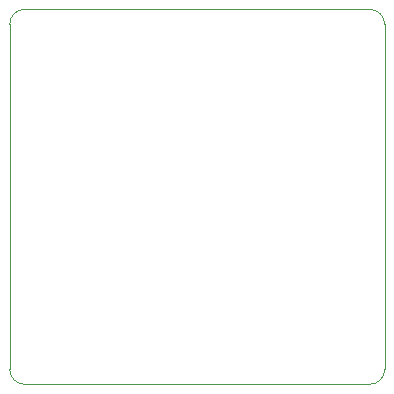
<source format=gm1>
%TF.GenerationSoftware,KiCad,Pcbnew,(5.1.9-0-10_14)*%
%TF.CreationDate,2021-08-20T09:35:12+02:00*%
%TF.ProjectId,mic_breakout,6d69635f-6272-4656-916b-6f75742e6b69,rev?*%
%TF.SameCoordinates,Original*%
%TF.FileFunction,Profile,NP*%
%FSLAX46Y46*%
G04 Gerber Fmt 4.6, Leading zero omitted, Abs format (unit mm)*
G04 Created by KiCad (PCBNEW (5.1.9-0-10_14)) date 2021-08-20 09:35:12*
%MOMM*%
%LPD*%
G01*
G04 APERTURE LIST*
%TA.AperFunction,Profile*%
%ADD10C,0.050000*%
%TD*%
G04 APERTURE END LIST*
D10*
X160020000Y-120650000D02*
G75*
G02*
X158750000Y-119380000I0J1270000D01*
G01*
X190500000Y-119380000D02*
G75*
G02*
X189230000Y-120650000I-1270000J0D01*
G01*
X158750000Y-119380000D02*
X158750000Y-90170000D01*
X189230000Y-120650000D02*
X160020000Y-120650000D01*
X190500000Y-90170000D02*
X190500000Y-119380000D01*
X158750000Y-90170000D02*
G75*
G02*
X160020000Y-88900000I1270000J0D01*
G01*
X189230000Y-88900000D02*
G75*
G02*
X190500000Y-90170000I0J-1270000D01*
G01*
X160020000Y-88900000D02*
X189230000Y-88900000D01*
M02*

</source>
